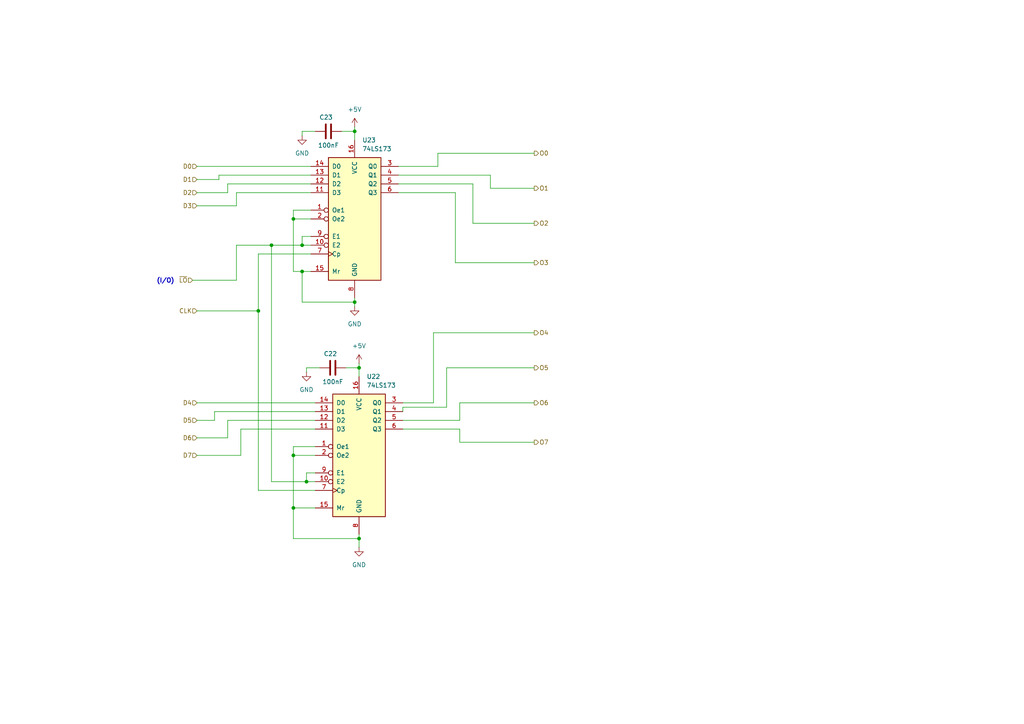
<source format=kicad_sch>
(kicad_sch (version 20231120) (generator "eeschema") (generator_version "8.0")
  (paper "A4")
  (title_block (title "ISAP-1 COMPUTER") (date "2024-11-27") (rev "Version 1") (comment 1 "by Linca Marius Gheorghe") (comment 3 "Output Register"))
  (lib_symbols
    (symbol "74xx:74LS173" (pin_names (offset 1.016))
      (property "Reference" "U" (at -7.62 19.05 0))
      (property "Value" "74LS173" (at -7.62 -19.05 0))
      (symbol "74LS173_1_0"
        (pin input inverted (at -12.7 2.54 0) (length 5.08) (name "Oe1") (number "1"))
        (pin input inverted (at -12.7 -7.62 0) (length 5.08) (name "E2") (number "10"))
        (pin input line (at -12.7 7.62 0) (length 5.08) (name "D3") (number "11"))
        (pin input line (at -12.7 10.16 0) (length 5.08) (name "D2") (number "12"))
        (pin input line (at -12.7 12.7 0) (length 5.08) (name "D1") (number "13"))
        (pin input line (at -12.7 15.24 0) (length 5.08) (name "D0") (number "14"))
        (pin input line (at -12.7 -15.24 0) (length 5.08) (name "Mr") (number "15"))
        (pin power_in line (at 0 22.86 270) (length 5.08) (name "VCC") (number "16"))
        (pin input inverted (at -12.7 0 0) (length 5.08) (name "Oe2") (number "2"))
        (pin tri_state line (at 12.7 15.24 180) (length 5.08) (name "Q0") (number "3"))
        (pin tri_state line (at 12.7 12.7 180) (length 5.08) (name "Q1") (number "4"))
        (pin tri_state line (at 12.7 10.16 180) (length 5.08) (name "Q2") (number "5"))
        (pin tri_state line (at 12.7 7.62 180) (length 5.08) (name "Q3") (number "6"))
        (pin input clock (at -12.7 -10.16 0) (length 5.08) (name "Cp") (number "7"))
        (pin power_in line (at 0 -22.86 90) (length 5.08) (name "GND") (number "8"))
        (pin input inverted (at -12.7 -5.08 0) (length 5.08) (name "E1") (number "9"))
      )
      (symbol "74LS173_1_1"
        (rectangle (start -7.62 17.78) (end 7.62 -17.78) (stroke (width 0.254)) (fill (type background)))
      )
    )
    (symbol "Device:C" (pin_numbers hide) (pin_names (offset 0.254))
      (property "Reference" "C" (at 0.635 2.54 0))
      (property "Value" "C" (at 0.635 -2.54 0))
      (symbol "C_0_1"
        (polyline (pts (xy -2.032 -0.762) (xy 2.032 -0.762)) (stroke (width 0.508)))
        (polyline (pts (xy -2.032 0.762) (xy 2.032 0.762)) (stroke (width 0.508)))
      )
      (symbol "C_1_1"
        (pin passive line (at 0 3.81 270) (length 2.794) (name "~") (number "1"))
        (pin passive line (at 0 -3.81 90) (length 2.794) (name "~") (number "2"))
      )
    )
    (symbol "power:+5V" (power) (pin_numbers hide) (pin_names (offset 0) hide)
      (property "Value" "+5V" (at 0 3.556 0))
      (symbol "+5V_0_1"
        (polyline (pts (xy -0.762 1.27) (xy 0 2.54)))
        (polyline (pts (xy 0 0) (xy 0 2.54)))
        (polyline (pts (xy 0 2.54) (xy 0.762 1.27)))
      )
      (symbol "+5V_1_1"
        (pin power_in line (at 0 0 90) (length 0) (name "~") (number "1"))
      )
    )
    (symbol "power:GND" (power) (pin_numbers hide) (pin_names (offset 0) hide)
      (property "Value" "GND" (at 0 -3.81 0))
      (symbol "GND_0_1"
        (polyline (pts (xy 0 0) (xy 0 -1.27) (xy 1.27 -1.27) (xy 0 -2.54) (xy -1.27 -1.27) (xy 0 -1.27)))
      )
      (symbol "GND_1_1"
        (pin power_in line (at 0 0 270) (length 0) (name "~") (number "1"))
      )
    )
  )
  (junction (at 85.09 132.08))
  (junction (at 74.93 90.17))
  (junction (at 102.87 87.63))
  (junction (at 88.9 139.7))
  (junction (at 87.63 78.74))
  (junction (at 104.14 156.21))
  (junction (at 85.09 63.5))
  (junction (at 87.63 71.12))
  (junction (at 104.14 106.68))
  (junction (at 102.87 38.1))
  (junction (at 78.74 71.12))
  (junction (at 85.09 147.32))
  (wire (pts (xy 68.58 81.28) (xy 68.58 71.12)))
  (wire (pts (xy 91.44 137.16) (xy 88.9 137.16)))
  (wire (pts (xy 104.14 105.41) (xy 104.14 106.68)))
  (wire (pts (xy 137.16 53.34) (xy 115.57 53.34)))
  (wire (pts (xy 91.44 124.46) (xy 69.85 124.46)))
  (wire (pts (xy 90.17 68.58) (xy 87.63 68.58)))
  (wire (pts (xy 91.44 121.92) (xy 66.04 121.92)))
  (wire (pts (xy 125.73 96.52) (xy 125.73 116.84)))
  (wire (pts (xy 74.93 90.17) (xy 74.93 142.24)))
  (wire (pts (xy 142.24 54.61) (xy 142.24 50.8)))
  (wire (pts (xy 116.84 124.46) (xy 133.35 124.46)))
  (wire (pts (xy 142.24 54.61) (xy 154.94 54.61)))
  (wire (pts (xy 127 44.45) (xy 154.94 44.45)))
  (wire (pts (xy 57.15 116.84) (xy 91.44 116.84)))
  (wire (pts (xy 57.15 48.26) (xy 90.17 48.26)))
  (wire (pts (xy 100.33 106.68) (xy 104.14 106.68)))
  (wire (pts (xy 88.9 139.7) (xy 91.44 139.7)))
  (wire (pts (xy 90.17 50.8) (xy 63.5 50.8)))
  (wire (pts (xy 88.9 137.16) (xy 88.9 139.7)))
  (wire (pts (xy 69.85 124.46) (xy 69.85 132.08)))
  (wire (pts (xy 85.09 63.5) (xy 90.17 63.5)))
  (wire (pts (xy 62.23 121.92) (xy 57.15 121.92)))
  (wire (pts (xy 133.35 128.27) (xy 133.35 124.46)))
  (wire (pts (xy 91.44 129.54) (xy 85.09 129.54)))
  (wire (pts (xy 129.54 106.68) (xy 129.54 118.11)))
  (wire (pts (xy 154.94 106.68) (xy 129.54 106.68)))
  (wire (pts (xy 129.54 118.11) (xy 116.84 118.11)))
  (wire (pts (xy 85.09 147.32) (xy 91.44 147.32)))
  (wire (pts (xy 132.08 76.2) (xy 154.94 76.2)))
  (wire (pts (xy 104.14 154.94) (xy 104.14 156.21)))
  (wire (pts (xy 78.74 71.12) (xy 78.74 139.7)))
  (wire (pts (xy 85.09 132.08) (xy 91.44 132.08)))
  (wire (pts (xy 66.04 55.88) (xy 57.15 55.88)))
  (wire (pts (xy 115.57 55.88) (xy 132.08 55.88)))
  (wire (pts (xy 78.74 71.12) (xy 87.63 71.12)))
  (wire (pts (xy 85.09 132.08) (xy 85.09 147.32)))
  (wire (pts (xy 154.94 128.27) (xy 133.35 128.27)))
  (wire (pts (xy 102.87 36.83) (xy 102.87 38.1)))
  (wire (pts (xy 137.16 64.77) (xy 137.16 53.34)))
  (wire (pts (xy 87.63 87.63) (xy 102.87 87.63)))
  (wire (pts (xy 154.94 64.77) (xy 137.16 64.77)))
  (wire (pts (xy 87.63 71.12) (xy 90.17 71.12)))
  (wire (pts (xy 90.17 60.96) (xy 85.09 60.96)))
  (wire (pts (xy 57.15 52.07) (xy 63.5 52.07)))
  (wire (pts (xy 90.17 73.66) (xy 74.93 73.66)))
  (wire (pts (xy 66.04 53.34) (xy 66.04 55.88)))
  (wire (pts (xy 87.63 78.74) (xy 87.63 87.63)))
  (wire (pts (xy 132.08 55.88) (xy 132.08 76.2)))
  (wire (pts (xy 92.71 106.68) (xy 88.9 106.68)))
  (wire (pts (xy 85.09 60.96) (xy 85.09 63.5)))
  (wire (pts (xy 87.63 68.58) (xy 87.63 71.12)))
  (wire (pts (xy 91.44 38.1) (xy 87.63 38.1)))
  (wire (pts (xy 63.5 50.8) (xy 63.5 52.07)))
  (wire (pts (xy 74.93 73.66) (xy 74.93 90.17)))
  (wire (pts (xy 68.58 55.88) (xy 68.58 59.69)))
  (wire (pts (xy 142.24 50.8) (xy 115.57 50.8)))
  (wire (pts (xy 85.09 129.54) (xy 85.09 132.08)))
  (wire (pts (xy 125.73 116.84) (xy 116.84 116.84)))
  (wire (pts (xy 116.84 118.11) (xy 116.84 119.38)))
  (wire (pts (xy 74.93 142.24) (xy 91.44 142.24)))
  (wire (pts (xy 78.74 139.7) (xy 88.9 139.7)))
  (wire (pts (xy 133.35 116.84) (xy 133.35 121.92)))
  (wire (pts (xy 116.84 121.92) (xy 133.35 121.92)))
  (wire (pts (xy 87.63 38.1) (xy 87.63 39.37)))
  (wire (pts (xy 115.57 48.26) (xy 127 48.26)))
  (wire (pts (xy 90.17 78.74) (xy 87.63 78.74)))
  (wire (pts (xy 69.85 132.08) (xy 57.15 132.08)))
  (wire (pts (xy 102.87 38.1) (xy 102.87 40.64)))
  (wire (pts (xy 66.04 121.92) (xy 66.04 127)))
  (wire (pts (xy 104.14 106.68) (xy 104.14 109.22)))
  (wire (pts (xy 102.87 86.36) (xy 102.87 87.63)))
  (wire (pts (xy 66.04 127) (xy 57.15 127)))
  (wire (pts (xy 85.09 147.32) (xy 85.09 156.21)))
  (wire (pts (xy 127 48.26) (xy 127 44.45)))
  (wire (pts (xy 62.23 119.38) (xy 62.23 121.92)))
  (wire (pts (xy 102.87 87.63) (xy 102.87 88.9)))
  (wire (pts (xy 91.44 119.38) (xy 62.23 119.38)))
  (wire (pts (xy 68.58 71.12) (xy 78.74 71.12)))
  (wire (pts (xy 85.09 78.74) (xy 87.63 78.74)))
  (wire (pts (xy 90.17 55.88) (xy 68.58 55.88)))
  (wire (pts (xy 154.94 96.52) (xy 125.73 96.52)))
  (wire (pts (xy 99.06 38.1) (xy 102.87 38.1)))
  (wire (pts (xy 88.9 106.68) (xy 88.9 107.95)))
  (wire (pts (xy 85.09 156.21) (xy 104.14 156.21)))
  (wire (pts (xy 154.94 116.84) (xy 133.35 116.84)))
  (wire (pts (xy 57.15 90.17) (xy 74.93 90.17)))
  (wire (pts (xy 68.58 59.69) (xy 57.15 59.69)))
  (wire (pts (xy 85.09 63.5) (xy 85.09 78.74)))
  (wire (pts (xy 55.88 81.28) (xy 68.58 81.28)))
  (wire (pts (xy 104.14 156.21) (xy 104.14 158.75)))
  (wire (pts (xy 90.17 53.34) (xy 66.04 53.34)))
  (text "(I/O)" (at 48.006 81.534 0) (effects (font (size 1.27 1.27) (thickness 0.254) (bold yes))))
  (hierarchical_label "O3" (shape output) (at 154.94 76.2 0))
  (hierarchical_label "D2" (shape input) (at 57.15 55.88 180))
  (hierarchical_label "D1" (shape input) (at 57.15 52.07 180))
  (hierarchical_label "O5" (shape output) (at 154.94 106.68 0))
  (hierarchical_label "O7" (shape output) (at 154.94 128.27 0))
  (hierarchical_label "O6" (shape output) (at 154.94 116.84 0))
  (hierarchical_label "D3" (shape input) (at 57.15 59.69 180))
  (hierarchical_label "O1" (shape output) (at 154.94 54.61 0))
  (hierarchical_label "O0" (shape output) (at 154.94 44.45 0))
  (hierarchical_label "D7" (shape input) (at 57.15 132.08 180))
  (hierarchical_label "D6" (shape input) (at 57.15 127 180))
  (hierarchical_label "O2" (shape output) (at 154.94 64.77 0))
  (hierarchical_label "D4" (shape input) (at 57.15 116.84 180))
  (hierarchical_label "D5" (shape input) (at 57.15 121.92 180))
  (hierarchical_label "D0" (shape input) (at 57.15 48.26 180))
  (hierarchical_label "O4" (shape output) (at 154.94 96.52 0))
  (hierarchical_label "~{LO}" (shape input) (at 55.88 81.28 180))
  (hierarchical_label "CLK" (shape input) (at 57.15 90.17 180))
  (symbol (lib_id "power:GND") (at 104.14 158.75 0) (unit 1)
    (property "Reference" "#PWR035" (effects (hide yes)))
    (property "Value" "GND" (at 104.14 163.83 0))
    (property "Description" "Power symbol creates a global label with name \"GND\" , ground" (effects (hide yes)))
  )
  (symbol (lib_id "74xx:74LS173") (at 104.14 132.08 0) (unit 1)
    (property "Reference" "U22" (at 106.3341 109.22 0) (effects (justify left)))
    (property "Value" "74LS173" (at 106.3341 111.76 0) (effects (justify left)))
    (property "Footprint" "Package_DIP:DIP-16_W7.62mm_LongPads" (effects (hide yes)))
    (property "Datasheet" "http://www.ti.com/lit/gpn/sn74LS173" (effects (hide yes)))
    (property "Description" "4-bit D-type Register, 3 state out" (effects (hide yes)))
  )
  (symbol (lib_id "power:GND") (at 88.9 107.95 0) (unit 1)
    (property "Reference" "#PWR0135" (effects (hide yes)))
    (property "Value" "GND" (at 88.9 113.03 0))
    (property "Description" "Power symbol creates a global label with name \"GND\" , ground" (effects (hide yes)))
  )
  (symbol (lib_id "74xx:74LS173") (at 102.87 63.5 0) (unit 1)
    (property "Reference" "U23" (at 105.0641 40.64 0) (effects (justify left)))
    (property "Value" "74LS173" (at 105.0641 43.18 0) (effects (justify left)))
    (property "Footprint" "Package_DIP:DIP-16_W7.62mm_LongPads" (effects (hide yes)))
    (property "Datasheet" "http://www.ti.com/lit/gpn/sn74LS173" (effects (hide yes)))
    (property "Description" "4-bit D-type Register, 3 state out" (effects (hide yes)))
  )
  (symbol (lib_id "Device:C") (at 96.52 106.68 90) (unit 1)
    (property "Reference" "C22" (at 97.79 102.616 90) (effects (justify left)))
    (property "Value" "100nF" (at 99.568 110.744 90) (effects (justify left)))
    (property "Footprint" "Capacitor_THT:C_Disc_D5.0mm_W2.5mm_P5.00mm" (effects (hide yes)))
    (property "Description" "Unpolarized capacitor" (effects (hide yes)))
  )
  (symbol (lib_id "power:+5V") (at 104.14 105.41 0) (unit 1)
    (property "Reference" "#PWR034" (effects (hide yes)))
    (property "Value" "+5V" (at 104.14 100.33 0))
    (property "Description" "Power symbol creates a global label with name \"+5V\"" (effects (hide yes)))
  )
  (symbol (lib_id "power:GND") (at 87.63 39.37 0) (unit 1)
    (property "Reference" "#PWR0136" (effects (hide yes)))
    (property "Value" "GND" (at 87.63 44.45 0))
    (property "Description" "Power symbol creates a global label with name \"GND\" , ground" (effects (hide yes)))
  )
  (symbol (lib_id "Device:C") (at 95.25 38.1 90) (unit 1)
    (property "Reference" "C23" (at 96.52 34.036 90) (effects (justify left)))
    (property "Value" "100nF" (at 98.298 42.164 90) (effects (justify left)))
    (property "Footprint" "Capacitor_THT:C_Disc_D5.0mm_W2.5mm_P5.00mm" (effects (hide yes)))
    (property "Description" "Unpolarized capacitor" (effects (hide yes)))
  )
  (symbol (lib_id "power:GND") (at 102.87 88.9 0) (unit 1)
    (property "Reference" "#PWR033" (effects (hide yes)))
    (property "Value" "GND" (at 102.87 93.98 0))
    (property "Description" "Power symbol creates a global label with name \"GND\" , ground" (effects (hide yes)))
  )
  (symbol (lib_id "power:+5V") (at 102.87 36.83 0) (unit 1)
    (property "Reference" "#PWR032" (effects (hide yes)))
    (property "Value" "+5V" (at 102.87 31.75 0))
    (property "Description" "Power symbol creates a global label with name \"+5V\"" (effects (hide yes)))
  )
)
</source>
